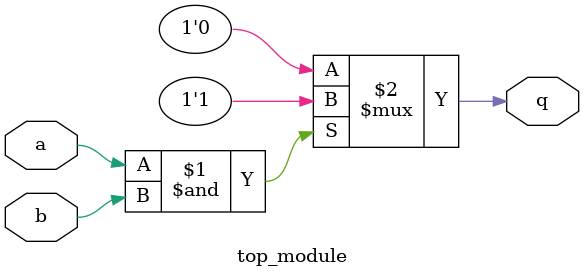
<source format=sv>
module top_module (
	input a, 
	input b, 
	output q
);

  assign q = (a & b) ? 1'b1 : 1'b0;
  
endmodule

</source>
